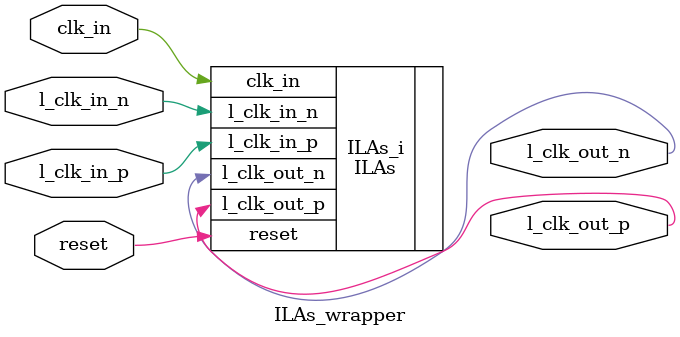
<source format=v>
`timescale 1 ps / 1 ps

module ILAs_wrapper
   (clk_in,
    l_clk_in_n,
    l_clk_in_p,
    l_clk_out_n,
    l_clk_out_p,
    reset);
  input clk_in;
  input l_clk_in_n;
  input l_clk_in_p;
  output l_clk_out_n;
  output l_clk_out_p;
  input reset;

  wire clk_in;
  wire l_clk_in_n;
  wire l_clk_in_p;
  wire l_clk_out_n;
  wire l_clk_out_p;
  wire reset;

  ILAs ILAs_i
       (.clk_in(clk_in),
        .l_clk_in_n(l_clk_in_n),
        .l_clk_in_p(l_clk_in_p),
        .l_clk_out_n(l_clk_out_n),
        .l_clk_out_p(l_clk_out_p),
        .reset(reset));
endmodule

</source>
